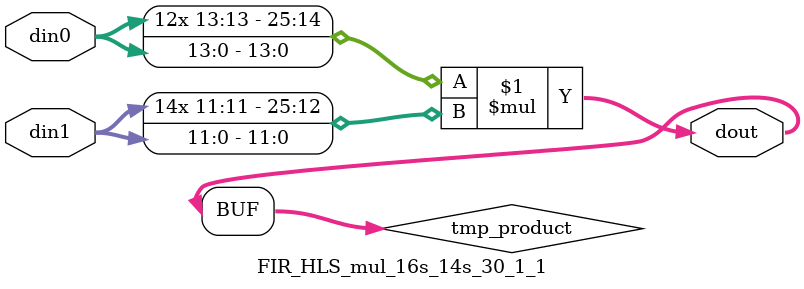
<source format=v>

`timescale 1 ns / 1 ps

 module FIR_HLS_mul_16s_14s_30_1_1(din0, din1, dout);
parameter ID = 1;
parameter NUM_STAGE = 0;
parameter din0_WIDTH = 14;
parameter din1_WIDTH = 12;
parameter dout_WIDTH = 26;

input [din0_WIDTH - 1 : 0] din0; 
input [din1_WIDTH - 1 : 0] din1; 
output [dout_WIDTH - 1 : 0] dout;

wire signed [dout_WIDTH - 1 : 0] tmp_product;



























assign tmp_product = $signed(din0) * $signed(din1);








assign dout = tmp_product;





















endmodule

</source>
